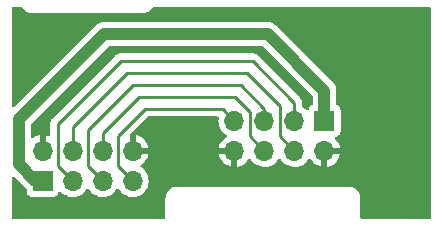
<source format=gtl>
%TF.GenerationSoftware,KiCad,Pcbnew,(6.0.1)*%
%TF.CreationDate,2024-03-07T18:11:34-08:00*%
%TF.ProjectId,Gamecube_SD2SP2PRO,47616d65-6375-4626-955f-534432535032,rev?*%
%TF.SameCoordinates,Original*%
%TF.FileFunction,Copper,L1,Top*%
%TF.FilePolarity,Positive*%
%FSLAX46Y46*%
G04 Gerber Fmt 4.6, Leading zero omitted, Abs format (unit mm)*
G04 Created by KiCad (PCBNEW (6.0.1)) date 2024-03-07 18:11:34*
%MOMM*%
%LPD*%
G01*
G04 APERTURE LIST*
%TA.AperFunction,ComponentPad*%
%ADD10R,1.700000X1.700000*%
%TD*%
%TA.AperFunction,ComponentPad*%
%ADD11O,1.700000X1.700000*%
%TD*%
%TA.AperFunction,ViaPad*%
%ADD12C,0.800000*%
%TD*%
%TA.AperFunction,Conductor*%
%ADD13C,1.000000*%
%TD*%
%TA.AperFunction,Conductor*%
%ADD14C,0.250000*%
%TD*%
G04 APERTURE END LIST*
D10*
X77160286Y-116250000D03*
D11*
X77160286Y-113710000D03*
X79700286Y-116250000D03*
X79700286Y-113710000D03*
X82240286Y-116250000D03*
X82240286Y-113710000D03*
X84780286Y-116250000D03*
X84780286Y-113710000D03*
D10*
X101026286Y-111165000D03*
D11*
X101026286Y-113705000D03*
X98486286Y-111165000D03*
X98486286Y-113705000D03*
X95946286Y-111165000D03*
X95946286Y-113705000D03*
X93406286Y-111165000D03*
X93406286Y-113705000D03*
D12*
X97988286Y-102250000D03*
X109314286Y-110500000D03*
X104814286Y-118750000D03*
X102064286Y-107500000D03*
X109314286Y-102250000D03*
X86814286Y-118750000D03*
X75314286Y-102250000D03*
X83064286Y-105250000D03*
X99564286Y-109500000D03*
X75314286Y-118750000D03*
X95564286Y-105250000D03*
X109314286Y-118750000D03*
X86814286Y-102250000D03*
X75314286Y-108750000D03*
D13*
X96210286Y-103804000D02*
X101026286Y-108620000D01*
X82367286Y-103804000D02*
X96210286Y-103804000D01*
X76525286Y-116250000D02*
X75128286Y-114853000D01*
X77160286Y-116250000D02*
X76525286Y-116250000D01*
X75128286Y-114853000D02*
X75128286Y-111043000D01*
X75128286Y-111043000D02*
X82367286Y-103804000D01*
X101026286Y-108620000D02*
X101026286Y-111165000D01*
D14*
X79700286Y-116250000D02*
X78430286Y-114980000D01*
X78430286Y-111424000D02*
X83764286Y-106090000D01*
X94940286Y-106090000D02*
X98486286Y-109636000D01*
X98486286Y-109636000D02*
X98486286Y-111165000D01*
X78430286Y-114980000D02*
X78430286Y-111424000D01*
X83764286Y-106090000D02*
X94940286Y-106090000D01*
X94432286Y-107106000D02*
X84272286Y-107106000D01*
X84272286Y-107106000D02*
X79700286Y-111678000D01*
X97226286Y-112445000D02*
X97226286Y-109900000D01*
X79700286Y-111678000D02*
X79700286Y-113710000D01*
X97226286Y-109900000D02*
X94432286Y-107106000D01*
X98486286Y-113705000D02*
X97226286Y-112445000D01*
X93924286Y-108122000D02*
X95946286Y-110144000D01*
X80970286Y-114980000D02*
X80970286Y-111932000D01*
X84780286Y-108122000D02*
X93924286Y-108122000D01*
X95946286Y-110144000D02*
X95946286Y-111165000D01*
X80970286Y-111932000D02*
X84780286Y-108122000D01*
X82240286Y-116250000D02*
X80970286Y-114980000D01*
X82240286Y-112186000D02*
X82240286Y-113710000D01*
X94686286Y-112445000D02*
X94686286Y-110408000D01*
X94686286Y-110408000D02*
X93416286Y-109138000D01*
X85288286Y-109138000D02*
X82240286Y-112186000D01*
X95946286Y-113705000D02*
X94686286Y-112445000D01*
X93416286Y-109138000D02*
X85288286Y-109138000D01*
X83510286Y-112440000D02*
X85796286Y-110154000D01*
X84780286Y-116250000D02*
X83510286Y-114980000D01*
X85796286Y-110154000D02*
X92395286Y-110154000D01*
X83510286Y-114980000D02*
X83510286Y-112440000D01*
X92395286Y-110154000D02*
X93406286Y-111165000D01*
%TA.AperFunction,Conductor*%
G36*
X75369796Y-101528002D02*
G01*
X75390771Y-101544905D01*
X75654857Y-101808992D01*
X75662466Y-101818516D01*
X75662836Y-101818202D01*
X75668658Y-101825043D01*
X75673446Y-101832631D01*
X75680173Y-101838572D01*
X75713750Y-101868226D01*
X75719438Y-101873573D01*
X75730869Y-101885004D01*
X75734460Y-101887695D01*
X75734462Y-101887697D01*
X75739228Y-101891269D01*
X75747070Y-101897653D01*
X75782514Y-101928956D01*
X75790641Y-101932772D01*
X75793169Y-101934432D01*
X75807998Y-101943342D01*
X75810639Y-101944788D01*
X75817824Y-101950173D01*
X75826232Y-101953325D01*
X75862114Y-101966777D01*
X75871432Y-101970704D01*
X75906104Y-101986982D01*
X75914234Y-101990799D01*
X75923109Y-101992181D01*
X75925992Y-101993062D01*
X75942737Y-101997455D01*
X75945672Y-101998100D01*
X75954079Y-102001252D01*
X75983512Y-102003439D01*
X76001237Y-102004757D01*
X76011277Y-102005909D01*
X76018337Y-102007008D01*
X76024709Y-102008000D01*
X76040201Y-102008000D01*
X76049539Y-102008346D01*
X76090242Y-102011371D01*
X76090243Y-102011371D01*
X76099193Y-102012036D01*
X76107975Y-102010161D01*
X76116289Y-102009594D01*
X76131396Y-102008000D01*
X85743266Y-102008000D01*
X85755382Y-102009354D01*
X85755421Y-102008870D01*
X85764372Y-102009590D01*
X85773126Y-102011571D01*
X85826787Y-102008242D01*
X85834589Y-102008000D01*
X85850763Y-102008000D01*
X85855204Y-102007364D01*
X85855205Y-102007364D01*
X85861099Y-102006520D01*
X85871158Y-102005490D01*
X85888482Y-102004415D01*
X85909403Y-102003117D01*
X85909405Y-102003117D01*
X85918361Y-102002561D01*
X85926799Y-101999515D01*
X85929710Y-101998912D01*
X85946578Y-101994706D01*
X85949445Y-101993868D01*
X85958331Y-101992595D01*
X85966502Y-101988880D01*
X85966505Y-101988879D01*
X86001378Y-101973023D01*
X86010747Y-101969209D01*
X86046787Y-101956199D01*
X86046791Y-101956197D01*
X86055231Y-101953150D01*
X86062480Y-101947854D01*
X86065115Y-101946453D01*
X86080100Y-101937697D01*
X86082625Y-101936082D01*
X86090796Y-101932367D01*
X86126624Y-101901496D01*
X86134542Y-101895209D01*
X86141572Y-101890073D01*
X86141575Y-101890071D01*
X86145511Y-101887195D01*
X86156463Y-101876243D01*
X86163311Y-101869885D01*
X86194230Y-101843244D01*
X86194234Y-101843239D01*
X86201033Y-101837381D01*
X86205914Y-101829850D01*
X86211390Y-101823573D01*
X86220952Y-101811754D01*
X86487803Y-101544904D01*
X86550115Y-101510879D01*
X86576898Y-101508000D01*
X109930286Y-101508000D01*
X109998407Y-101528002D01*
X110044900Y-101581658D01*
X110056286Y-101634000D01*
X110056286Y-119366000D01*
X110036284Y-119434121D01*
X109982628Y-119480614D01*
X109930286Y-119492000D01*
X104198286Y-119492000D01*
X104130165Y-119471998D01*
X104083672Y-119418342D01*
X104072286Y-119366000D01*
X104072286Y-117803206D01*
X104074032Y-117782302D01*
X104076550Y-117767334D01*
X104077357Y-117762538D01*
X104077510Y-117749999D01*
X104076821Y-117745192D01*
X104076821Y-117745185D01*
X104074471Y-117728780D01*
X104073677Y-117721898D01*
X104063983Y-117611097D01*
X104060763Y-117574293D01*
X104054419Y-117550615D01*
X104016537Y-117409237D01*
X104016536Y-117409235D01*
X104015114Y-117403927D01*
X103984510Y-117338297D01*
X103942896Y-117249056D01*
X103942894Y-117249053D01*
X103940573Y-117244075D01*
X103839408Y-117099596D01*
X103714690Y-116974878D01*
X103570211Y-116873713D01*
X103565233Y-116871392D01*
X103565230Y-116871390D01*
X103415341Y-116801495D01*
X103415339Y-116801494D01*
X103410359Y-116799172D01*
X103405051Y-116797750D01*
X103405049Y-116797749D01*
X103245308Y-116754947D01*
X103245307Y-116754947D01*
X103239993Y-116753523D01*
X103234507Y-116753043D01*
X103234501Y-116753042D01*
X103110518Y-116742194D01*
X103100595Y-116740928D01*
X103081619Y-116737735D01*
X103081614Y-116737735D01*
X103076826Y-116736929D01*
X103070527Y-116736852D01*
X103069146Y-116736835D01*
X103069142Y-116736835D01*
X103064287Y-116736776D01*
X103040002Y-116740254D01*
X103036699Y-116740727D01*
X103018836Y-116742000D01*
X88617492Y-116742000D01*
X88596588Y-116740254D01*
X88593422Y-116739721D01*
X88576824Y-116736929D01*
X88570466Y-116736851D01*
X88569143Y-116736835D01*
X88569139Y-116736835D01*
X88564285Y-116736776D01*
X88559478Y-116737465D01*
X88559471Y-116737465D01*
X88543066Y-116739815D01*
X88536184Y-116740609D01*
X88502291Y-116743574D01*
X88388579Y-116753523D01*
X88383265Y-116754947D01*
X88383264Y-116754947D01*
X88223523Y-116797749D01*
X88223521Y-116797750D01*
X88218213Y-116799172D01*
X88213233Y-116801494D01*
X88213231Y-116801495D01*
X88063342Y-116871390D01*
X88063339Y-116871392D01*
X88058361Y-116873713D01*
X87913882Y-116974878D01*
X87789164Y-117099596D01*
X87687999Y-117244075D01*
X87685678Y-117249053D01*
X87685676Y-117249056D01*
X87644062Y-117338297D01*
X87613458Y-117403927D01*
X87612036Y-117409235D01*
X87612035Y-117409237D01*
X87574153Y-117550615D01*
X87567809Y-117574293D01*
X87567330Y-117579773D01*
X87567328Y-117579785D01*
X87556480Y-117703768D01*
X87555214Y-117713691D01*
X87551215Y-117737460D01*
X87551062Y-117749999D01*
X87552851Y-117762491D01*
X87555013Y-117777587D01*
X87556286Y-117795450D01*
X87556286Y-119366000D01*
X87536284Y-119434121D01*
X87482628Y-119480614D01*
X87430286Y-119492000D01*
X74698286Y-119492000D01*
X74630165Y-119471998D01*
X74583672Y-119418342D01*
X74572286Y-119366000D01*
X74572286Y-116027425D01*
X74592288Y-115959304D01*
X74645944Y-115912811D01*
X74716218Y-115902707D01*
X74780798Y-115932201D01*
X74787369Y-115938318D01*
X75764882Y-116915830D01*
X75798906Y-116978141D01*
X75801786Y-117004924D01*
X75801786Y-117148134D01*
X75808541Y-117210316D01*
X75859671Y-117346705D01*
X75947025Y-117463261D01*
X76063581Y-117550615D01*
X76199970Y-117601745D01*
X76262152Y-117608500D01*
X78058420Y-117608500D01*
X78120602Y-117601745D01*
X78256991Y-117550615D01*
X78373547Y-117463261D01*
X78460901Y-117346705D01*
X78497508Y-117249056D01*
X78504884Y-117229382D01*
X78547526Y-117172618D01*
X78614088Y-117147918D01*
X78683436Y-117163126D01*
X78718103Y-117191114D01*
X78746536Y-117223938D01*
X78918412Y-117366632D01*
X79111286Y-117479338D01*
X79319978Y-117559030D01*
X79325046Y-117560061D01*
X79325049Y-117560062D01*
X79421932Y-117579773D01*
X79538883Y-117603567D01*
X79544058Y-117603757D01*
X79544060Y-117603757D01*
X79756959Y-117611564D01*
X79756963Y-117611564D01*
X79762123Y-117611753D01*
X79767243Y-117611097D01*
X79767245Y-117611097D01*
X79978574Y-117584025D01*
X79978575Y-117584025D01*
X79983702Y-117583368D01*
X79995685Y-117579773D01*
X80192715Y-117520661D01*
X80192720Y-117520659D01*
X80197670Y-117519174D01*
X80398280Y-117420896D01*
X80580146Y-117291173D01*
X80622411Y-117249056D01*
X80723902Y-117147918D01*
X80738382Y-117133489D01*
X80762737Y-117099596D01*
X80868739Y-116952077D01*
X80870062Y-116953028D01*
X80916931Y-116909857D01*
X80986866Y-116897625D01*
X81052312Y-116925144D01*
X81080161Y-116956994D01*
X81140273Y-117055088D01*
X81286536Y-117223938D01*
X81458412Y-117366632D01*
X81651286Y-117479338D01*
X81859978Y-117559030D01*
X81865046Y-117560061D01*
X81865049Y-117560062D01*
X81961932Y-117579773D01*
X82078883Y-117603567D01*
X82084058Y-117603757D01*
X82084060Y-117603757D01*
X82296959Y-117611564D01*
X82296963Y-117611564D01*
X82302123Y-117611753D01*
X82307243Y-117611097D01*
X82307245Y-117611097D01*
X82518574Y-117584025D01*
X82518575Y-117584025D01*
X82523702Y-117583368D01*
X82535685Y-117579773D01*
X82732715Y-117520661D01*
X82732720Y-117520659D01*
X82737670Y-117519174D01*
X82938280Y-117420896D01*
X83120146Y-117291173D01*
X83162411Y-117249056D01*
X83263902Y-117147918D01*
X83278382Y-117133489D01*
X83302737Y-117099596D01*
X83408739Y-116952077D01*
X83410062Y-116953028D01*
X83456931Y-116909857D01*
X83526866Y-116897625D01*
X83592312Y-116925144D01*
X83620161Y-116956994D01*
X83680273Y-117055088D01*
X83826536Y-117223938D01*
X83998412Y-117366632D01*
X84191286Y-117479338D01*
X84399978Y-117559030D01*
X84405046Y-117560061D01*
X84405049Y-117560062D01*
X84501932Y-117579773D01*
X84618883Y-117603567D01*
X84624058Y-117603757D01*
X84624060Y-117603757D01*
X84836959Y-117611564D01*
X84836963Y-117611564D01*
X84842123Y-117611753D01*
X84847243Y-117611097D01*
X84847245Y-117611097D01*
X85058574Y-117584025D01*
X85058575Y-117584025D01*
X85063702Y-117583368D01*
X85075685Y-117579773D01*
X85272715Y-117520661D01*
X85272720Y-117520659D01*
X85277670Y-117519174D01*
X85478280Y-117420896D01*
X85660146Y-117291173D01*
X85702411Y-117249056D01*
X85803902Y-117147918D01*
X85818382Y-117133489D01*
X85842737Y-117099596D01*
X85945721Y-116956277D01*
X85948739Y-116952077D01*
X85966655Y-116915828D01*
X86045422Y-116756453D01*
X86045423Y-116756451D01*
X86047716Y-116751811D01*
X86112656Y-116538069D01*
X86141815Y-116316590D01*
X86143442Y-116250000D01*
X86125138Y-116027361D01*
X86070717Y-115810702D01*
X85981640Y-115605840D01*
X85860300Y-115418277D01*
X85709956Y-115253051D01*
X85705905Y-115249852D01*
X85705901Y-115249848D01*
X85538700Y-115117800D01*
X85538696Y-115117798D01*
X85534645Y-115114598D01*
X85492855Y-115091529D01*
X85442884Y-115041097D01*
X85428112Y-114971654D01*
X85453228Y-114905248D01*
X85480580Y-114878641D01*
X85655614Y-114753792D01*
X85663486Y-114747139D01*
X85814338Y-114596812D01*
X85821016Y-114588965D01*
X85945289Y-114416020D01*
X85950599Y-114407183D01*
X86044956Y-114216267D01*
X86048755Y-114206672D01*
X86110663Y-114002910D01*
X86112841Y-113992837D01*
X86114272Y-113981962D01*
X86112870Y-113972966D01*
X92074543Y-113972966D01*
X92104851Y-114107446D01*
X92107931Y-114117275D01*
X92188056Y-114314603D01*
X92192699Y-114323794D01*
X92303980Y-114505388D01*
X92310063Y-114513699D01*
X92449499Y-114674667D01*
X92456866Y-114681883D01*
X92620720Y-114817916D01*
X92629167Y-114823831D01*
X92813042Y-114931279D01*
X92822328Y-114935729D01*
X93021287Y-115011703D01*
X93031185Y-115014579D01*
X93134536Y-115035606D01*
X93148585Y-115034410D01*
X93152286Y-115024065D01*
X93152286Y-113977115D01*
X93147811Y-113961876D01*
X93146421Y-113960671D01*
X93138738Y-113959000D01*
X92089511Y-113959000D01*
X92075980Y-113962973D01*
X92074543Y-113972966D01*
X86112870Y-113972966D01*
X86112061Y-113967778D01*
X86098903Y-113964000D01*
X84652286Y-113964000D01*
X84584165Y-113943998D01*
X84537672Y-113890342D01*
X84526286Y-113838000D01*
X84526286Y-113437885D01*
X85034286Y-113437885D01*
X85038761Y-113453124D01*
X85040151Y-113454329D01*
X85047834Y-113456000D01*
X86098630Y-113456000D01*
X86112161Y-113452027D01*
X86113466Y-113442947D01*
X86071500Y-113275875D01*
X86068180Y-113266124D01*
X85983258Y-113070814D01*
X85978391Y-113061739D01*
X85862712Y-112882926D01*
X85856422Y-112874757D01*
X85713092Y-112717240D01*
X85705559Y-112710215D01*
X85538425Y-112578222D01*
X85529838Y-112572517D01*
X85343403Y-112469599D01*
X85333991Y-112465369D01*
X85133245Y-112394280D01*
X85123274Y-112391646D01*
X85052123Y-112378972D01*
X85038826Y-112380432D01*
X85034286Y-112394989D01*
X85034286Y-113437885D01*
X84526286Y-113437885D01*
X84526286Y-112374987D01*
X84530733Y-112374987D01*
X84530726Y-112337275D01*
X84562534Y-112283656D01*
X86021785Y-110824405D01*
X86084097Y-110790379D01*
X86110880Y-110787500D01*
X91940137Y-110787500D01*
X92008258Y-110807502D01*
X92054751Y-110861158D01*
X92065424Y-110926889D01*
X92059876Y-110978808D01*
X92043537Y-111131695D01*
X92043834Y-111136848D01*
X92043834Y-111136851D01*
X92047280Y-111196616D01*
X92056396Y-111354715D01*
X92057533Y-111359761D01*
X92057534Y-111359767D01*
X92071972Y-111423830D01*
X92105508Y-111572639D01*
X92189552Y-111779616D01*
X92192251Y-111784020D01*
X92288083Y-111940404D01*
X92306273Y-111970088D01*
X92452536Y-112138938D01*
X92624412Y-112281632D01*
X92683914Y-112316402D01*
X92698241Y-112324774D01*
X92746965Y-112376412D01*
X92760036Y-112446195D01*
X92733305Y-112511967D01*
X92692848Y-112545327D01*
X92684743Y-112549546D01*
X92676024Y-112555036D01*
X92505719Y-112682905D01*
X92498012Y-112689748D01*
X92350876Y-112843717D01*
X92344390Y-112851727D01*
X92224384Y-113027649D01*
X92219286Y-113036623D01*
X92129624Y-113229783D01*
X92126061Y-113239470D01*
X92070675Y-113439183D01*
X92072198Y-113447607D01*
X92084578Y-113451000D01*
X93534286Y-113451000D01*
X93602407Y-113471002D01*
X93648900Y-113524658D01*
X93660286Y-113577000D01*
X93660286Y-115023517D01*
X93664350Y-115037359D01*
X93677764Y-115039393D01*
X93684470Y-115038534D01*
X93694548Y-115036392D01*
X93898541Y-114975191D01*
X93908128Y-114971433D01*
X94099381Y-114877739D01*
X94108231Y-114872464D01*
X94281614Y-114748792D01*
X94289486Y-114742139D01*
X94440338Y-114591812D01*
X94447016Y-114583965D01*
X94574308Y-114406819D01*
X94575565Y-114407722D01*
X94622659Y-114364362D01*
X94692597Y-114352145D01*
X94758037Y-114379678D01*
X94785865Y-114411511D01*
X94846273Y-114510088D01*
X94992536Y-114678938D01*
X95164412Y-114821632D01*
X95357286Y-114934338D01*
X95565978Y-115014030D01*
X95571046Y-115015061D01*
X95571049Y-115015062D01*
X95666148Y-115034410D01*
X95784883Y-115058567D01*
X95790058Y-115058757D01*
X95790060Y-115058757D01*
X96002959Y-115066564D01*
X96002963Y-115066564D01*
X96008123Y-115066753D01*
X96013243Y-115066097D01*
X96013245Y-115066097D01*
X96224574Y-115039025D01*
X96224575Y-115039025D01*
X96229702Y-115038368D01*
X96234652Y-115036883D01*
X96438715Y-114975661D01*
X96438720Y-114975659D01*
X96443670Y-114974174D01*
X96644280Y-114875896D01*
X96826146Y-114746173D01*
X96984382Y-114588489D01*
X97114739Y-114407077D01*
X97116062Y-114408028D01*
X97162931Y-114364857D01*
X97232866Y-114352625D01*
X97298312Y-114380144D01*
X97326161Y-114411994D01*
X97386273Y-114510088D01*
X97532536Y-114678938D01*
X97704412Y-114821632D01*
X97897286Y-114934338D01*
X98105978Y-115014030D01*
X98111046Y-115015061D01*
X98111049Y-115015062D01*
X98206148Y-115034410D01*
X98324883Y-115058567D01*
X98330058Y-115058757D01*
X98330060Y-115058757D01*
X98542959Y-115066564D01*
X98542963Y-115066564D01*
X98548123Y-115066753D01*
X98553243Y-115066097D01*
X98553245Y-115066097D01*
X98764574Y-115039025D01*
X98764575Y-115039025D01*
X98769702Y-115038368D01*
X98774652Y-115036883D01*
X98978715Y-114975661D01*
X98978720Y-114975659D01*
X98983670Y-114974174D01*
X99184280Y-114875896D01*
X99366146Y-114746173D01*
X99524382Y-114588489D01*
X99654739Y-114407077D01*
X99655926Y-114407930D01*
X99703246Y-114364362D01*
X99773183Y-114352145D01*
X99838624Y-114379678D01*
X99866452Y-114411511D01*
X99923980Y-114505388D01*
X99930063Y-114513699D01*
X100069499Y-114674667D01*
X100076866Y-114681883D01*
X100240720Y-114817916D01*
X100249167Y-114823831D01*
X100433042Y-114931279D01*
X100442328Y-114935729D01*
X100641287Y-115011703D01*
X100651185Y-115014579D01*
X100754536Y-115035606D01*
X100768585Y-115034410D01*
X100772286Y-115024065D01*
X100772286Y-115023517D01*
X101280286Y-115023517D01*
X101284350Y-115037359D01*
X101297764Y-115039393D01*
X101304470Y-115038534D01*
X101314548Y-115036392D01*
X101518541Y-114975191D01*
X101528128Y-114971433D01*
X101719381Y-114877739D01*
X101728231Y-114872464D01*
X101901614Y-114748792D01*
X101909486Y-114742139D01*
X102060338Y-114591812D01*
X102067016Y-114583965D01*
X102191289Y-114411020D01*
X102196599Y-114402183D01*
X102290956Y-114211267D01*
X102294755Y-114201672D01*
X102356663Y-113997910D01*
X102358841Y-113987837D01*
X102360272Y-113976962D01*
X102358061Y-113962778D01*
X102344903Y-113959000D01*
X101298401Y-113959000D01*
X101283162Y-113963475D01*
X101281957Y-113964865D01*
X101280286Y-113972548D01*
X101280286Y-115023517D01*
X100772286Y-115023517D01*
X100772286Y-113577000D01*
X100792288Y-113508879D01*
X100845944Y-113462386D01*
X100898286Y-113451000D01*
X102344630Y-113451000D01*
X102358161Y-113447027D01*
X102359466Y-113437947D01*
X102317500Y-113270875D01*
X102314180Y-113261124D01*
X102229258Y-113065814D01*
X102224391Y-113056739D01*
X102108712Y-112877926D01*
X102102422Y-112869757D01*
X101958579Y-112711677D01*
X101927527Y-112647831D01*
X101935921Y-112577333D01*
X101981098Y-112522564D01*
X102007542Y-112508895D01*
X102114583Y-112468767D01*
X102122991Y-112465615D01*
X102239547Y-112378261D01*
X102326901Y-112261705D01*
X102378031Y-112125316D01*
X102384786Y-112063134D01*
X102384786Y-110266866D01*
X102378031Y-110204684D01*
X102326901Y-110068295D01*
X102239547Y-109951739D01*
X102122991Y-109864385D01*
X102114582Y-109861233D01*
X102106711Y-109856923D01*
X102107622Y-109855259D01*
X102059796Y-109819337D01*
X102035093Y-109752776D01*
X102034786Y-109743991D01*
X102034786Y-108681850D01*
X102035523Y-108668242D01*
X102038946Y-108636737D01*
X102038946Y-108636733D01*
X102039611Y-108630612D01*
X102035235Y-108580589D01*
X102034905Y-108575752D01*
X102034786Y-108573314D01*
X102034786Y-108570231D01*
X102030604Y-108527580D01*
X102030482Y-108526265D01*
X102022911Y-108439723D01*
X102022911Y-108439721D01*
X102022374Y-108433587D01*
X102020885Y-108428463D01*
X102020366Y-108423167D01*
X101993497Y-108334172D01*
X101993156Y-108333022D01*
X101968914Y-108249582D01*
X101967195Y-108243664D01*
X101964742Y-108238932D01*
X101963202Y-108233831D01*
X101960314Y-108228400D01*
X101960311Y-108228392D01*
X101919523Y-108151680D01*
X101918911Y-108150514D01*
X101879015Y-108073548D01*
X101876178Y-108068075D01*
X101872856Y-108063914D01*
X101870352Y-108059204D01*
X101811598Y-107987165D01*
X101810769Y-107986139D01*
X101781743Y-107949778D01*
X101779548Y-107947028D01*
X101777057Y-107944537D01*
X101776407Y-107943810D01*
X101772692Y-107939461D01*
X101764928Y-107929941D01*
X101745351Y-107905938D01*
X101740609Y-107902015D01*
X101740607Y-107902013D01*
X101710013Y-107876703D01*
X101701233Y-107868713D01*
X96967141Y-103134621D01*
X96958039Y-103124478D01*
X96938183Y-103099782D01*
X96934318Y-103094975D01*
X96895864Y-103062708D01*
X96892217Y-103059528D01*
X96890405Y-103057885D01*
X96888211Y-103055691D01*
X96854937Y-103028358D01*
X96854139Y-103027696D01*
X96782812Y-102967846D01*
X96778142Y-102965278D01*
X96774025Y-102961897D01*
X96692200Y-102918023D01*
X96691041Y-102917394D01*
X96614905Y-102875538D01*
X96614897Y-102875535D01*
X96609499Y-102872567D01*
X96604417Y-102870955D01*
X96599723Y-102868438D01*
X96510755Y-102841238D01*
X96509727Y-102840918D01*
X96420980Y-102812765D01*
X96415684Y-102812171D01*
X96410588Y-102810613D01*
X96318029Y-102801210D01*
X96316893Y-102801089D01*
X96283278Y-102797319D01*
X96270556Y-102795892D01*
X96270552Y-102795892D01*
X96267059Y-102795500D01*
X96263532Y-102795500D01*
X96262547Y-102795445D01*
X96256867Y-102794998D01*
X96227461Y-102792011D01*
X96219949Y-102791248D01*
X96219947Y-102791248D01*
X96213824Y-102790626D01*
X96171545Y-102794623D01*
X96168177Y-102794941D01*
X96156319Y-102795500D01*
X82429129Y-102795500D01*
X82415522Y-102794763D01*
X82384024Y-102791341D01*
X82384019Y-102791341D01*
X82377898Y-102790676D01*
X82351648Y-102792973D01*
X82327898Y-102795050D01*
X82323072Y-102795379D01*
X82320600Y-102795500D01*
X82317517Y-102795500D01*
X82305548Y-102796674D01*
X82274780Y-102799690D01*
X82273467Y-102799812D01*
X82229202Y-102803685D01*
X82180873Y-102807913D01*
X82175754Y-102809400D01*
X82170453Y-102809920D01*
X82081452Y-102836791D01*
X82080319Y-102837126D01*
X81996872Y-102861370D01*
X81996868Y-102861372D01*
X81990950Y-102863091D01*
X81986218Y-102865544D01*
X81981117Y-102867084D01*
X81975674Y-102869978D01*
X81899026Y-102910731D01*
X81897860Y-102911343D01*
X81820833Y-102951271D01*
X81815360Y-102954108D01*
X81811197Y-102957431D01*
X81806490Y-102959934D01*
X81734368Y-103018755D01*
X81733512Y-103019446D01*
X81694313Y-103050738D01*
X81691809Y-103053242D01*
X81691091Y-103053884D01*
X81686758Y-103057585D01*
X81653224Y-103084935D01*
X81649297Y-103089682D01*
X81649295Y-103089684D01*
X81623999Y-103120262D01*
X81616009Y-103129042D01*
X74787381Y-109957671D01*
X74725069Y-109991697D01*
X74654254Y-109986632D01*
X74597418Y-109944085D01*
X74572607Y-109877565D01*
X74572286Y-109868576D01*
X74572286Y-101634000D01*
X74592288Y-101565879D01*
X74645944Y-101519386D01*
X74698286Y-101508000D01*
X75301675Y-101508000D01*
X75369796Y-101528002D01*
G37*
%TD.AperFunction*%
%TA.AperFunction,Conductor*%
G36*
X95808482Y-104832502D02*
G01*
X95829456Y-104849405D01*
X99980881Y-109000830D01*
X100014907Y-109063142D01*
X100017786Y-109089925D01*
X100017786Y-109743991D01*
X99997784Y-109812112D01*
X99944128Y-109858605D01*
X99938592Y-109860903D01*
X99937990Y-109861232D01*
X99929581Y-109864385D01*
X99813025Y-109951739D01*
X99725671Y-110068295D01*
X99722519Y-110076703D01*
X99681205Y-110186907D01*
X99638563Y-110243671D01*
X99572002Y-110268371D01*
X99502653Y-110253163D01*
X99470029Y-110227476D01*
X99419437Y-110171875D01*
X99419428Y-110171866D01*
X99415956Y-110168051D01*
X99411905Y-110164852D01*
X99411901Y-110164848D01*
X99244700Y-110032800D01*
X99244696Y-110032798D01*
X99240645Y-110029598D01*
X99236121Y-110027101D01*
X99236117Y-110027098D01*
X99184894Y-109998822D01*
X99134922Y-109948390D01*
X99119786Y-109888513D01*
X99119786Y-109714767D01*
X99120313Y-109703584D01*
X99121988Y-109696091D01*
X99119848Y-109628014D01*
X99119786Y-109624055D01*
X99119786Y-109596144D01*
X99119281Y-109592144D01*
X99118348Y-109580301D01*
X99117208Y-109544029D01*
X99116959Y-109536110D01*
X99111308Y-109516658D01*
X99107300Y-109497306D01*
X99105753Y-109485063D01*
X99104760Y-109477203D01*
X99101842Y-109469832D01*
X99088486Y-109436097D01*
X99084641Y-109424870D01*
X99084007Y-109422687D01*
X99072304Y-109382407D01*
X99068270Y-109375585D01*
X99068267Y-109375579D01*
X99061992Y-109364968D01*
X99053296Y-109347218D01*
X99048758Y-109335756D01*
X99048755Y-109335751D01*
X99045838Y-109328383D01*
X99019859Y-109292625D01*
X99013343Y-109282707D01*
X98994861Y-109251457D01*
X98990828Y-109244637D01*
X98976504Y-109230313D01*
X98963662Y-109215278D01*
X98951758Y-109198893D01*
X98917692Y-109170711D01*
X98908913Y-109162722D01*
X95443938Y-105697747D01*
X95436398Y-105689461D01*
X95432286Y-105682982D01*
X95382634Y-105636356D01*
X95379793Y-105633602D01*
X95360056Y-105613865D01*
X95356859Y-105611385D01*
X95347837Y-105603680D01*
X95334408Y-105591069D01*
X95315607Y-105573414D01*
X95308661Y-105569595D01*
X95308658Y-105569593D01*
X95297852Y-105563652D01*
X95281333Y-105552801D01*
X95280869Y-105552441D01*
X95265327Y-105540386D01*
X95258058Y-105537241D01*
X95258054Y-105537238D01*
X95224749Y-105522826D01*
X95214099Y-105517609D01*
X95175346Y-105496305D01*
X95155723Y-105491267D01*
X95137020Y-105484863D01*
X95125706Y-105479967D01*
X95125705Y-105479967D01*
X95118431Y-105476819D01*
X95110608Y-105475580D01*
X95110598Y-105475577D01*
X95074762Y-105469901D01*
X95063142Y-105467495D01*
X95027997Y-105458472D01*
X95027996Y-105458472D01*
X95020316Y-105456500D01*
X95000062Y-105456500D01*
X94980351Y-105454949D01*
X94968172Y-105453020D01*
X94960343Y-105451780D01*
X94931072Y-105454547D01*
X94916325Y-105455941D01*
X94904467Y-105456500D01*
X83843053Y-105456500D01*
X83831870Y-105455973D01*
X83824377Y-105454298D01*
X83816451Y-105454547D01*
X83816450Y-105454547D01*
X83756300Y-105456438D01*
X83752341Y-105456500D01*
X83724430Y-105456500D01*
X83720496Y-105456997D01*
X83720495Y-105456997D01*
X83720430Y-105457005D01*
X83708593Y-105457938D01*
X83676776Y-105458938D01*
X83672315Y-105459078D01*
X83664396Y-105459327D01*
X83646740Y-105464456D01*
X83644944Y-105464978D01*
X83625592Y-105468986D01*
X83618521Y-105469880D01*
X83605489Y-105471526D01*
X83598120Y-105474443D01*
X83598118Y-105474444D01*
X83564383Y-105487800D01*
X83553155Y-105491645D01*
X83510693Y-105503982D01*
X83503870Y-105508017D01*
X83503868Y-105508018D01*
X83493258Y-105514293D01*
X83475510Y-105522988D01*
X83456669Y-105530448D01*
X83450253Y-105535110D01*
X83450252Y-105535110D01*
X83420899Y-105556436D01*
X83410979Y-105562952D01*
X83379751Y-105581420D01*
X83379748Y-105581422D01*
X83372924Y-105585458D01*
X83358603Y-105599779D01*
X83343570Y-105612619D01*
X83327179Y-105624528D01*
X83318503Y-105635016D01*
X83298988Y-105658605D01*
X83290998Y-105667384D01*
X78038033Y-110920348D01*
X78029747Y-110927888D01*
X78023268Y-110932000D01*
X78017843Y-110937777D01*
X77976643Y-110981651D01*
X77973888Y-110984493D01*
X77954151Y-111004230D01*
X77951671Y-111007427D01*
X77943968Y-111016447D01*
X77913700Y-111048679D01*
X77909881Y-111055625D01*
X77909879Y-111055628D01*
X77903938Y-111066434D01*
X77893087Y-111082953D01*
X77880672Y-111098959D01*
X77877527Y-111106228D01*
X77877524Y-111106232D01*
X77863112Y-111139537D01*
X77857895Y-111150187D01*
X77836591Y-111188940D01*
X77834620Y-111196615D01*
X77834620Y-111196616D01*
X77831553Y-111208562D01*
X77825149Y-111227266D01*
X77817105Y-111245855D01*
X77815866Y-111253678D01*
X77815863Y-111253688D01*
X77810187Y-111289524D01*
X77807781Y-111301144D01*
X77796786Y-111343970D01*
X77796786Y-111364224D01*
X77795235Y-111383934D01*
X77792066Y-111403943D01*
X77792812Y-111411835D01*
X77796227Y-111447961D01*
X77796786Y-111459819D01*
X77796786Y-112316402D01*
X77776784Y-112384523D01*
X77723128Y-112431016D01*
X77652854Y-112441120D01*
X77628726Y-112435175D01*
X77513245Y-112394280D01*
X77503274Y-112391646D01*
X77432123Y-112378972D01*
X77418826Y-112380432D01*
X77414286Y-112394989D01*
X77414286Y-113838000D01*
X77394284Y-113906121D01*
X77340628Y-113952614D01*
X77288286Y-113964000D01*
X77032286Y-113964000D01*
X76964165Y-113943998D01*
X76917672Y-113890342D01*
X76906286Y-113838000D01*
X76906286Y-112393102D01*
X76902368Y-112379758D01*
X76888092Y-112377771D01*
X76849610Y-112383660D01*
X76839574Y-112386051D01*
X76637154Y-112452212D01*
X76627645Y-112456209D01*
X76438749Y-112554542D01*
X76430024Y-112560036D01*
X76338439Y-112628801D01*
X76271955Y-112653707D01*
X76202559Y-112638715D01*
X76152285Y-112588585D01*
X76136786Y-112528041D01*
X76136786Y-111512925D01*
X76156788Y-111444804D01*
X76173691Y-111423830D01*
X82748115Y-104849405D01*
X82810427Y-104815379D01*
X82837210Y-104812500D01*
X95740361Y-104812500D01*
X95808482Y-104832502D01*
G37*
%TD.AperFunction*%
M02*

</source>
